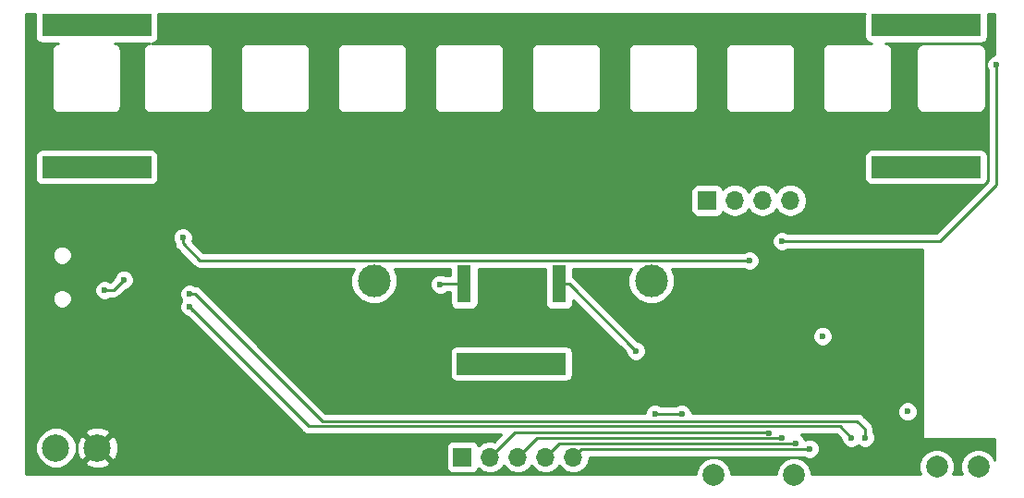
<source format=gbr>
G04 #@! TF.GenerationSoftware,KiCad,Pcbnew,5.0.1*
G04 #@! TF.CreationDate,2019-02-20T00:15:29-06:00*
G04 #@! TF.ProjectId,badge,62616467652E6B696361645F70636200,rev?*
G04 #@! TF.SameCoordinates,Original*
G04 #@! TF.FileFunction,Copper,L2,Bot,Signal*
G04 #@! TF.FilePolarity,Positive*
%FSLAX46Y46*%
G04 Gerber Fmt 4.6, Leading zero omitted, Abs format (unit mm)*
G04 Created by KiCad (PCBNEW 5.0.1) date Wed 20 Feb 2019 12:15:29 AM CST*
%MOMM*%
%LPD*%
G01*
G04 APERTURE LIST*
G04 #@! TA.AperFunction,ComponentPad*
%ADD10C,3.000000*%
G04 #@! TD*
G04 #@! TA.AperFunction,ComponentPad*
%ADD11C,2.000000*%
G04 #@! TD*
G04 #@! TA.AperFunction,ComponentPad*
%ADD12C,2.499360*%
G04 #@! TD*
G04 #@! TA.AperFunction,SMDPad,CuDef*
%ADD13R,1.300000X3.400000*%
G04 #@! TD*
G04 #@! TA.AperFunction,ComponentPad*
%ADD14R,1.700000X1.700000*%
G04 #@! TD*
G04 #@! TA.AperFunction,ComponentPad*
%ADD15O,1.700000X1.700000*%
G04 #@! TD*
G04 #@! TA.AperFunction,SMDPad,CuDef*
%ADD16R,10.000000X2.000000*%
G04 #@! TD*
G04 #@! TA.AperFunction,ViaPad*
%ADD17C,0.600000*%
G04 #@! TD*
G04 #@! TA.AperFunction,Conductor*
%ADD18C,0.250000*%
G04 #@! TD*
G04 #@! TA.AperFunction,Conductor*
%ADD19C,0.254000*%
G04 #@! TD*
G04 APERTURE END LIST*
D10*
G04 #@! TO.P,BT1,1*
G04 #@! TO.N,N/C*
X139320000Y-113997000D03*
G04 #@! TO.N,VDDA*
X113920000Y-113997000D03*
G04 #@! TD*
D11*
G04 #@! TO.P,J4,1*
G04 #@! TO.N,TX*
X165481000Y-131064000D03*
G04 #@! TO.N,RX*
X169291000Y-131064000D03*
G04 #@! TD*
G04 #@! TO.P,J7,1*
G04 #@! TO.N,IO21*
X152400000Y-131826000D03*
G04 #@! TD*
G04 #@! TO.P,J9,1*
G04 #@! TO.N,IO0*
X145034000Y-131826000D03*
G04 #@! TD*
D12*
G04 #@! TO.P,J14,1*
G04 #@! TO.N,VDD*
X88600000Y-129307000D03*
G04 #@! TO.N,VSS*
X84790000Y-129307000D03*
G04 #@! TD*
D13*
G04 #@! TO.P,LS1,1*
G04 #@! TO.N,Net-(LS1-Pad1)*
X130895000Y-114305000D03*
G04 #@! TO.P,LS1,2*
G04 #@! TO.N,VSS*
X122195000Y-114305000D03*
G04 #@! TD*
D14*
G04 #@! TO.P,J8,1*
G04 #@! TO.N,IO16*
X122030000Y-130147000D03*
D15*
G04 #@! TO.P,J8,2*
G04 #@! TO.N,IO17*
X124570000Y-130147000D03*
G04 #@! TO.P,J8,3*
G04 #@! TO.N,IO5*
X127110000Y-130147000D03*
G04 #@! TO.P,J8,4*
G04 #@! TO.N,IO18*
X129650000Y-130147000D03*
G04 #@! TO.P,J8,5*
G04 #@! TO.N,IO19*
X132190000Y-130147000D03*
G04 #@! TD*
D14*
G04 #@! TO.P,J1,1*
G04 #@! TO.N,IO33*
X144450000Y-106647000D03*
D15*
G04 #@! TO.P,J1,2*
G04 #@! TO.N,IO32*
X146990000Y-106647000D03*
G04 #@! TO.P,J1,3*
G04 #@! TO.N,IO35*
X149530000Y-106647000D03*
G04 #@! TO.P,J1,4*
G04 #@! TO.N,IO34*
X152070000Y-106647000D03*
G04 #@! TD*
D16*
G04 #@! TO.P,REF\002A\002A,5*
G04 #@! TO.N,N/C*
X126520000Y-121597000D03*
G04 #@! TO.P,REF\002A\002A,4*
X164520000Y-103597000D03*
G04 #@! TO.P,REF\002A\002A,3*
X88520000Y-103597000D03*
G04 #@! TO.P,REF\002A\002A,2*
X88520000Y-90597000D03*
G04 #@! TO.P,REF\002A\002A,1*
X164520000Y-90597000D03*
G04 #@! TD*
D17*
G04 #@! TO.N,VDD*
X108320000Y-106897000D03*
X156120000Y-106397000D03*
X110720000Y-99797000D03*
X101520000Y-99797000D03*
X92920000Y-99797000D03*
X83320000Y-99797000D03*
X105370000Y-110647000D03*
X107570000Y-110647000D03*
X92038320Y-96280781D03*
X92132000Y-93713000D03*
X100768000Y-96761000D03*
X100768000Y-93713000D03*
X109755769Y-96810229D03*
X109912000Y-94221000D03*
X118548000Y-96253000D03*
X118548000Y-93713000D03*
X127535769Y-96810229D03*
X127692000Y-94221000D03*
X136328000Y-96761000D03*
X136328000Y-94221000D03*
X145315769Y-96810229D03*
X145315769Y-93869231D03*
X154108000Y-96761000D03*
X154108000Y-94221000D03*
X162744000Y-96761000D03*
X162744000Y-94221000D03*
X168070000Y-105397000D03*
X161920000Y-108197000D03*
G04 #@! TO.N,VSS*
X119997600Y-114321400D03*
X155030000Y-119080000D03*
X162814000Y-125984000D03*
G04 #@! TO.N,SPI*
X170945000Y-94197000D03*
X151300000Y-110380000D03*
G04 #@! TO.N,TX*
X97020000Y-116397000D03*
G04 #@! TO.N,RX*
X97020000Y-115197000D03*
G04 #@! TO.N,TX*
X157650000Y-128380000D03*
G04 #@! TO.N,RX*
X158920000Y-128380000D03*
G04 #@! TO.N,IO19*
X153820000Y-129397000D03*
G04 #@! TO.N,IO18*
X152570000Y-128897000D03*
G04 #@! TO.N,IO5*
X151320000Y-128397000D03*
G04 #@! TO.N,IO17*
X150070000Y-127947000D03*
G04 #@! TO.N,IO16*
X142120000Y-126246989D03*
X139670000Y-126246989D03*
G04 #@! TO.N,IO27*
X148320000Y-112147000D03*
X96410000Y-110037000D03*
G04 #@! TO.N,Net-(J10-Pad3)*
X89240000Y-114857000D03*
X91006000Y-113915000D03*
G04 #@! TO.N,Net-(LS1-Pad1)*
X137920000Y-120430000D03*
G04 #@! TD*
D18*
G04 #@! TO.N,VDD*
X92038320Y-96280781D02*
X92038320Y-93806680D01*
X92038320Y-93806680D02*
X92132000Y-93713000D01*
X100768000Y-96761000D02*
X100768000Y-93713000D01*
X109755769Y-96810229D02*
X109755769Y-94377231D01*
X109755769Y-94377231D02*
X109912000Y-94221000D01*
X118548000Y-96253000D02*
X118548000Y-93713000D01*
X127535769Y-96810229D02*
X127535769Y-94377231D01*
X127535769Y-94377231D02*
X127692000Y-94221000D01*
X136328000Y-96761000D02*
X136328000Y-94221000D01*
X145315769Y-96810229D02*
X145315769Y-93869231D01*
X154108000Y-96761000D02*
X154108000Y-94221000D01*
X162744000Y-96761000D02*
X162744000Y-94221000D01*
G04 #@! TO.N,VSS*
X122195000Y-114305000D02*
X120014000Y-114305000D01*
X120014000Y-114305000D02*
X119997600Y-114321400D01*
X154940000Y-119126000D02*
X154986000Y-119080000D01*
X154986000Y-119080000D02*
X155030000Y-119080000D01*
G04 #@! TO.N,SPI*
X165737000Y-110380000D02*
X151300000Y-110380000D01*
X170945000Y-105172000D02*
X165737000Y-110380000D01*
X170945000Y-94197000D02*
X170945000Y-105172000D01*
G04 #@! TO.N,TX*
X97319999Y-116696999D02*
X97020000Y-116397000D01*
X156591999Y-127321999D02*
X157650000Y-128380000D01*
X107944999Y-127321999D02*
X156591999Y-127321999D01*
X97020000Y-116397000D02*
X107944999Y-127321999D01*
G04 #@! TO.N,RX*
X158920000Y-127597000D02*
X158920000Y-128380000D01*
X158194989Y-126871989D02*
X158920000Y-127597000D01*
X109194989Y-126871989D02*
X158194989Y-126871989D01*
X97520000Y-115197000D02*
X109194989Y-126871989D01*
X97020000Y-115197000D02*
X97520000Y-115197000D01*
G04 #@! TO.N,IO19*
X132940000Y-129397000D02*
X132190000Y-130147000D01*
X153820000Y-129397000D02*
X132940000Y-129397000D01*
G04 #@! TO.N,IO18*
X130900000Y-128897000D02*
X129650000Y-130147000D01*
X152570000Y-128897000D02*
X130900000Y-128897000D01*
G04 #@! TO.N,IO5*
X128860000Y-128397000D02*
X127110000Y-130147000D01*
X151320000Y-128397000D02*
X128860000Y-128397000D01*
G04 #@! TO.N,IO17*
X126820000Y-127897000D02*
X124570000Y-130147000D01*
X150070000Y-127897000D02*
X126820000Y-127897000D01*
G04 #@! TO.N,IO16*
X142120000Y-126246989D02*
X139670000Y-126246989D01*
G04 #@! TO.N,IO27*
X97970000Y-112147000D02*
X99520000Y-112147000D01*
X96410000Y-110587000D02*
X97970000Y-112147000D01*
X96410000Y-110037000D02*
X96410000Y-110587000D01*
X99520000Y-112147000D02*
X148320000Y-112147000D01*
G04 #@! TO.N,Net-(J10-Pad3)*
X89240000Y-114857000D02*
X90064000Y-114857000D01*
X90064000Y-114857000D02*
X91006000Y-113915000D01*
G04 #@! TO.N,Net-(LS1-Pad1)*
X131795000Y-114305000D02*
X130895000Y-114305000D01*
X137920000Y-120430000D02*
X131795000Y-114305000D01*
G04 #@! TD*
D19*
G04 #@! TO.N,VDD*
G36*
X82872560Y-89597000D02*
X82872560Y-91597000D01*
X82921843Y-91844765D01*
X83062191Y-92054809D01*
X83272235Y-92195157D01*
X83520000Y-92244440D01*
X84998194Y-92244440D01*
X84802727Y-92283321D01*
X84576143Y-92434719D01*
X84424745Y-92661303D01*
X84371581Y-92928576D01*
X84385000Y-92996038D01*
X84385001Y-97861109D01*
X84371581Y-97928576D01*
X84424745Y-98195849D01*
X84576143Y-98422433D01*
X84802727Y-98573831D01*
X85002538Y-98613576D01*
X85002539Y-98613576D01*
X85070000Y-98626995D01*
X85137462Y-98613576D01*
X90002538Y-98613576D01*
X90070000Y-98626995D01*
X90137461Y-98613576D01*
X90137462Y-98613576D01*
X90337273Y-98573831D01*
X90563857Y-98422433D01*
X90715255Y-98195849D01*
X90768419Y-97928576D01*
X90755000Y-97861114D01*
X90755000Y-92996038D01*
X90768419Y-92928576D01*
X90715255Y-92661303D01*
X90563857Y-92434719D01*
X90337273Y-92283321D01*
X90141806Y-92244440D01*
X93388112Y-92244440D01*
X93207727Y-92280321D01*
X92981143Y-92431719D01*
X92829745Y-92658303D01*
X92776581Y-92925576D01*
X92790000Y-92993038D01*
X92790001Y-97858109D01*
X92776581Y-97925576D01*
X92829745Y-98192849D01*
X92981143Y-98419433D01*
X93207727Y-98570831D01*
X93407538Y-98610576D01*
X93407539Y-98610576D01*
X93475000Y-98623995D01*
X93542462Y-98610576D01*
X98407538Y-98610576D01*
X98475000Y-98623995D01*
X98542461Y-98610576D01*
X98542462Y-98610576D01*
X98742273Y-98570831D01*
X98968857Y-98419433D01*
X99120255Y-98192849D01*
X99173419Y-97925576D01*
X99160000Y-97858114D01*
X99160000Y-92993038D01*
X99173419Y-92925576D01*
X101666581Y-92925576D01*
X101680000Y-92993038D01*
X101680001Y-97858109D01*
X101666581Y-97925576D01*
X101719745Y-98192849D01*
X101871143Y-98419433D01*
X102097727Y-98570831D01*
X102297538Y-98610576D01*
X102297539Y-98610576D01*
X102365000Y-98623995D01*
X102432462Y-98610576D01*
X107297538Y-98610576D01*
X107365000Y-98623995D01*
X107432461Y-98610576D01*
X107432462Y-98610576D01*
X107632273Y-98570831D01*
X107858857Y-98419433D01*
X108010255Y-98192849D01*
X108063419Y-97925576D01*
X108050000Y-97858114D01*
X108050000Y-92993038D01*
X108063419Y-92925576D01*
X110556581Y-92925576D01*
X110570000Y-92993038D01*
X110570001Y-97858109D01*
X110556581Y-97925576D01*
X110609745Y-98192849D01*
X110761143Y-98419433D01*
X110987727Y-98570831D01*
X111187538Y-98610576D01*
X111187539Y-98610576D01*
X111255000Y-98623995D01*
X111322462Y-98610576D01*
X116187538Y-98610576D01*
X116255000Y-98623995D01*
X116322461Y-98610576D01*
X116322462Y-98610576D01*
X116522273Y-98570831D01*
X116748857Y-98419433D01*
X116900255Y-98192849D01*
X116953419Y-97925576D01*
X116940000Y-97858114D01*
X116940000Y-92993038D01*
X116953419Y-92925576D01*
X119446581Y-92925576D01*
X119460000Y-92993038D01*
X119460001Y-97858109D01*
X119446581Y-97925576D01*
X119499745Y-98192849D01*
X119651143Y-98419433D01*
X119877727Y-98570831D01*
X120077538Y-98610576D01*
X120077539Y-98610576D01*
X120145000Y-98623995D01*
X120212462Y-98610576D01*
X125077538Y-98610576D01*
X125145000Y-98623995D01*
X125212461Y-98610576D01*
X125212462Y-98610576D01*
X125412273Y-98570831D01*
X125638857Y-98419433D01*
X125790255Y-98192849D01*
X125843419Y-97925576D01*
X125830000Y-97858114D01*
X125830000Y-92993038D01*
X125843419Y-92925576D01*
X128336581Y-92925576D01*
X128350000Y-92993038D01*
X128350001Y-97858109D01*
X128336581Y-97925576D01*
X128389745Y-98192849D01*
X128541143Y-98419433D01*
X128767727Y-98570831D01*
X128967538Y-98610576D01*
X128967539Y-98610576D01*
X129035000Y-98623995D01*
X129102462Y-98610576D01*
X133967538Y-98610576D01*
X134035000Y-98623995D01*
X134102461Y-98610576D01*
X134102462Y-98610576D01*
X134302273Y-98570831D01*
X134528857Y-98419433D01*
X134680255Y-98192849D01*
X134733419Y-97925576D01*
X134720000Y-97858114D01*
X134720000Y-92993038D01*
X134733419Y-92925576D01*
X137226581Y-92925576D01*
X137240000Y-92993038D01*
X137240001Y-97858109D01*
X137226581Y-97925576D01*
X137279745Y-98192849D01*
X137431143Y-98419433D01*
X137657727Y-98570831D01*
X137857538Y-98610576D01*
X137857539Y-98610576D01*
X137925000Y-98623995D01*
X137992462Y-98610576D01*
X142857538Y-98610576D01*
X142925000Y-98623995D01*
X142992461Y-98610576D01*
X142992462Y-98610576D01*
X143192273Y-98570831D01*
X143418857Y-98419433D01*
X143570255Y-98192849D01*
X143623419Y-97925576D01*
X143610000Y-97858114D01*
X143610000Y-92993038D01*
X143623419Y-92925576D01*
X146116581Y-92925576D01*
X146130000Y-92993038D01*
X146130001Y-97858109D01*
X146116581Y-97925576D01*
X146169745Y-98192849D01*
X146321143Y-98419433D01*
X146547727Y-98570831D01*
X146747538Y-98610576D01*
X146747539Y-98610576D01*
X146815000Y-98623995D01*
X146882462Y-98610576D01*
X151747538Y-98610576D01*
X151815000Y-98623995D01*
X151882461Y-98610576D01*
X151882462Y-98610576D01*
X152082273Y-98570831D01*
X152308857Y-98419433D01*
X152460255Y-98192849D01*
X152513419Y-97925576D01*
X152500000Y-97858114D01*
X152500000Y-92993038D01*
X152513419Y-92925576D01*
X152460255Y-92658303D01*
X152308857Y-92431719D01*
X152082273Y-92280321D01*
X151882462Y-92240576D01*
X151815000Y-92227157D01*
X151747539Y-92240576D01*
X146882461Y-92240576D01*
X146815000Y-92227157D01*
X146747538Y-92240576D01*
X146547727Y-92280321D01*
X146321143Y-92431719D01*
X146169745Y-92658303D01*
X146116581Y-92925576D01*
X143623419Y-92925576D01*
X143570255Y-92658303D01*
X143418857Y-92431719D01*
X143192273Y-92280321D01*
X142992462Y-92240576D01*
X142925000Y-92227157D01*
X142857539Y-92240576D01*
X137992461Y-92240576D01*
X137925000Y-92227157D01*
X137857538Y-92240576D01*
X137657727Y-92280321D01*
X137431143Y-92431719D01*
X137279745Y-92658303D01*
X137226581Y-92925576D01*
X134733419Y-92925576D01*
X134680255Y-92658303D01*
X134528857Y-92431719D01*
X134302273Y-92280321D01*
X134102462Y-92240576D01*
X134035000Y-92227157D01*
X133967539Y-92240576D01*
X129102461Y-92240576D01*
X129035000Y-92227157D01*
X128967538Y-92240576D01*
X128767727Y-92280321D01*
X128541143Y-92431719D01*
X128389745Y-92658303D01*
X128336581Y-92925576D01*
X125843419Y-92925576D01*
X125790255Y-92658303D01*
X125638857Y-92431719D01*
X125412273Y-92280321D01*
X125212462Y-92240576D01*
X125145000Y-92227157D01*
X125077539Y-92240576D01*
X120212461Y-92240576D01*
X120145000Y-92227157D01*
X120077538Y-92240576D01*
X119877727Y-92280321D01*
X119651143Y-92431719D01*
X119499745Y-92658303D01*
X119446581Y-92925576D01*
X116953419Y-92925576D01*
X116900255Y-92658303D01*
X116748857Y-92431719D01*
X116522273Y-92280321D01*
X116322462Y-92240576D01*
X116255000Y-92227157D01*
X116187539Y-92240576D01*
X111322461Y-92240576D01*
X111255000Y-92227157D01*
X111187538Y-92240576D01*
X110987727Y-92280321D01*
X110761143Y-92431719D01*
X110609745Y-92658303D01*
X110556581Y-92925576D01*
X108063419Y-92925576D01*
X108010255Y-92658303D01*
X107858857Y-92431719D01*
X107632273Y-92280321D01*
X107432462Y-92240576D01*
X107365000Y-92227157D01*
X107297539Y-92240576D01*
X102432461Y-92240576D01*
X102365000Y-92227157D01*
X102297538Y-92240576D01*
X102097727Y-92280321D01*
X101871143Y-92431719D01*
X101719745Y-92658303D01*
X101666581Y-92925576D01*
X99173419Y-92925576D01*
X99120255Y-92658303D01*
X98968857Y-92431719D01*
X98742273Y-92280321D01*
X98542462Y-92240576D01*
X98475000Y-92227157D01*
X98407539Y-92240576D01*
X93542461Y-92240576D01*
X93540944Y-92240274D01*
X93767765Y-92195157D01*
X93977809Y-92054809D01*
X94118157Y-91844765D01*
X94167440Y-91597000D01*
X94167440Y-89597000D01*
X94149538Y-89507000D01*
X158890462Y-89507000D01*
X158872560Y-89597000D01*
X158872560Y-91597000D01*
X158921843Y-91844765D01*
X159062191Y-92054809D01*
X159272235Y-92195157D01*
X159500574Y-92240576D01*
X155772461Y-92240576D01*
X155705000Y-92227157D01*
X155637538Y-92240576D01*
X155437727Y-92280321D01*
X155211143Y-92431719D01*
X155059745Y-92658303D01*
X155006581Y-92925576D01*
X155020000Y-92993038D01*
X155020001Y-97858109D01*
X155006581Y-97925576D01*
X155059745Y-98192849D01*
X155211143Y-98419433D01*
X155437727Y-98570831D01*
X155637538Y-98610576D01*
X155637539Y-98610576D01*
X155705000Y-98623995D01*
X155772462Y-98610576D01*
X160637538Y-98610576D01*
X160705000Y-98623995D01*
X160772461Y-98610576D01*
X160772462Y-98610576D01*
X160972273Y-98570831D01*
X161198857Y-98419433D01*
X161350255Y-98192849D01*
X161403419Y-97925576D01*
X161390000Y-97858114D01*
X161390000Y-92993038D01*
X161397849Y-92953576D01*
X163596581Y-92953576D01*
X163610000Y-93021038D01*
X163610001Y-97886109D01*
X163596581Y-97953576D01*
X163649745Y-98220849D01*
X163801143Y-98447433D01*
X164027727Y-98598831D01*
X164227538Y-98638576D01*
X164227539Y-98638576D01*
X164295000Y-98651995D01*
X164362462Y-98638576D01*
X169227538Y-98638576D01*
X169295000Y-98651995D01*
X169362461Y-98638576D01*
X169362462Y-98638576D01*
X169562273Y-98598831D01*
X169788857Y-98447433D01*
X169940255Y-98220849D01*
X169993419Y-97953576D01*
X169980000Y-97886114D01*
X169980000Y-93021038D01*
X169993419Y-92953576D01*
X169940255Y-92686303D01*
X169788857Y-92459719D01*
X169562273Y-92308321D01*
X169362462Y-92268576D01*
X169295000Y-92255157D01*
X169227539Y-92268576D01*
X164362461Y-92268576D01*
X164295000Y-92255157D01*
X164227538Y-92268576D01*
X164027727Y-92308321D01*
X163801143Y-92459719D01*
X163649745Y-92686303D01*
X163596581Y-92953576D01*
X161397849Y-92953576D01*
X161403419Y-92925576D01*
X161350255Y-92658303D01*
X161198857Y-92431719D01*
X160972273Y-92280321D01*
X160791888Y-92244440D01*
X169520000Y-92244440D01*
X169767765Y-92195157D01*
X169977809Y-92054809D01*
X170118157Y-91844765D01*
X170167440Y-91597000D01*
X170167440Y-89597000D01*
X170149538Y-89507000D01*
X170810000Y-89507000D01*
X170810000Y-93262000D01*
X170759017Y-93262000D01*
X170415365Y-93404345D01*
X170152345Y-93667365D01*
X170010000Y-94011017D01*
X170010000Y-94382983D01*
X170152345Y-94726635D01*
X170185000Y-94759290D01*
X170185001Y-104857197D01*
X165422199Y-109620000D01*
X151862290Y-109620000D01*
X151829635Y-109587345D01*
X151485983Y-109445000D01*
X151114017Y-109445000D01*
X150770365Y-109587345D01*
X150507345Y-109850365D01*
X150365000Y-110194017D01*
X150365000Y-110565983D01*
X150507345Y-110909635D01*
X150770365Y-111172655D01*
X151114017Y-111315000D01*
X151485983Y-111315000D01*
X151829635Y-111172655D01*
X151862290Y-111140000D01*
X164193000Y-111140000D01*
X164193000Y-128397000D01*
X164202667Y-128445601D01*
X164230197Y-128486803D01*
X164271399Y-128514333D01*
X164320000Y-128524000D01*
X170810001Y-128524000D01*
X170810001Y-130458731D01*
X170677086Y-130137847D01*
X170217153Y-129677914D01*
X169616222Y-129429000D01*
X168965778Y-129429000D01*
X168364847Y-129677914D01*
X167904914Y-130137847D01*
X167656000Y-130738778D01*
X167656000Y-131389222D01*
X167772302Y-131670000D01*
X166999698Y-131670000D01*
X167116000Y-131389222D01*
X167116000Y-130738778D01*
X166867086Y-130137847D01*
X166407153Y-129677914D01*
X165806222Y-129429000D01*
X165155778Y-129429000D01*
X164554847Y-129677914D01*
X164094914Y-130137847D01*
X163846000Y-130738778D01*
X163846000Y-131389222D01*
X163962302Y-131670000D01*
X154035000Y-131670000D01*
X154035000Y-131500778D01*
X153786086Y-130899847D01*
X153326153Y-130439914D01*
X152725222Y-130191000D01*
X152074778Y-130191000D01*
X151473847Y-130439914D01*
X151013914Y-130899847D01*
X150765000Y-131500778D01*
X150765000Y-131670000D01*
X146669000Y-131670000D01*
X146669000Y-131500778D01*
X146420086Y-130899847D01*
X145960153Y-130439914D01*
X145359222Y-130191000D01*
X144708778Y-130191000D01*
X144107847Y-130439914D01*
X143647914Y-130899847D01*
X143399000Y-131500778D01*
X143399000Y-131670000D01*
X82030000Y-131670000D01*
X82030000Y-128932114D01*
X82905320Y-128932114D01*
X82905320Y-129681886D01*
X83192245Y-130374585D01*
X83722415Y-130904755D01*
X84415114Y-131191680D01*
X85164886Y-131191680D01*
X85857585Y-130904755D01*
X86122251Y-130640089D01*
X87446517Y-130640089D01*
X87575725Y-130932859D01*
X88275883Y-131201071D01*
X89025384Y-131180928D01*
X89624275Y-130932859D01*
X89753483Y-130640089D01*
X88600000Y-129486605D01*
X87446517Y-130640089D01*
X86122251Y-130640089D01*
X86387755Y-130374585D01*
X86674680Y-129681886D01*
X86674680Y-128982883D01*
X86705929Y-128982883D01*
X86726072Y-129732384D01*
X86974141Y-130331275D01*
X87266911Y-130460483D01*
X88420395Y-129307000D01*
X88779605Y-129307000D01*
X89933089Y-130460483D01*
X90225859Y-130331275D01*
X90494071Y-129631117D01*
X90473928Y-128881616D01*
X90225859Y-128282725D01*
X89933089Y-128153517D01*
X88779605Y-129307000D01*
X88420395Y-129307000D01*
X87266911Y-128153517D01*
X86974141Y-128282725D01*
X86705929Y-128982883D01*
X86674680Y-128982883D01*
X86674680Y-128932114D01*
X86387755Y-128239415D01*
X86122251Y-127973911D01*
X87446517Y-127973911D01*
X88600000Y-129127395D01*
X89753483Y-127973911D01*
X89624275Y-127681141D01*
X88924117Y-127412929D01*
X88174616Y-127433072D01*
X87575725Y-127681141D01*
X87446517Y-127973911D01*
X86122251Y-127973911D01*
X85857585Y-127709245D01*
X85164886Y-127422320D01*
X84415114Y-127422320D01*
X83722415Y-127709245D01*
X83192245Y-128239415D01*
X82905320Y-128932114D01*
X82030000Y-128932114D01*
X82030000Y-115480963D01*
X84485000Y-115480963D01*
X84485000Y-115833037D01*
X84619733Y-116158312D01*
X84868688Y-116407267D01*
X85193963Y-116542000D01*
X85546037Y-116542000D01*
X85871312Y-116407267D01*
X86120267Y-116158312D01*
X86255000Y-115833037D01*
X86255000Y-115480963D01*
X86120267Y-115155688D01*
X85871312Y-114906733D01*
X85546037Y-114772000D01*
X85193963Y-114772000D01*
X84868688Y-114906733D01*
X84619733Y-115155688D01*
X84485000Y-115480963D01*
X82030000Y-115480963D01*
X82030000Y-114671017D01*
X88305000Y-114671017D01*
X88305000Y-115042983D01*
X88447345Y-115386635D01*
X88710365Y-115649655D01*
X89054017Y-115792000D01*
X89425983Y-115792000D01*
X89769635Y-115649655D01*
X89802290Y-115617000D01*
X89989153Y-115617000D01*
X90064000Y-115631888D01*
X90138847Y-115617000D01*
X90138852Y-115617000D01*
X90360537Y-115572904D01*
X90611929Y-115404929D01*
X90654331Y-115341470D01*
X90984784Y-115011017D01*
X96085000Y-115011017D01*
X96085000Y-115382983D01*
X96227345Y-115726635D01*
X96297710Y-115797000D01*
X96227345Y-115867365D01*
X96085000Y-116211017D01*
X96085000Y-116582983D01*
X96227345Y-116926635D01*
X96490365Y-117189655D01*
X96834017Y-117332000D01*
X96880199Y-117332000D01*
X107354669Y-127806471D01*
X107397070Y-127869928D01*
X107460526Y-127912328D01*
X107648461Y-128037903D01*
X107696604Y-128047479D01*
X107870147Y-128081999D01*
X107870151Y-128081999D01*
X107944999Y-128096887D01*
X108019847Y-128081999D01*
X125560199Y-128081999D01*
X124936408Y-128705791D01*
X124716256Y-128662000D01*
X124423744Y-128662000D01*
X123990582Y-128748161D01*
X123499375Y-129076375D01*
X123487184Y-129094619D01*
X123478157Y-129049235D01*
X123337809Y-128839191D01*
X123127765Y-128698843D01*
X122880000Y-128649560D01*
X121180000Y-128649560D01*
X120932235Y-128698843D01*
X120722191Y-128839191D01*
X120581843Y-129049235D01*
X120532560Y-129297000D01*
X120532560Y-130997000D01*
X120581843Y-131244765D01*
X120722191Y-131454809D01*
X120932235Y-131595157D01*
X121180000Y-131644440D01*
X122880000Y-131644440D01*
X123127765Y-131595157D01*
X123337809Y-131454809D01*
X123478157Y-131244765D01*
X123487184Y-131199381D01*
X123499375Y-131217625D01*
X123990582Y-131545839D01*
X124423744Y-131632000D01*
X124716256Y-131632000D01*
X125149418Y-131545839D01*
X125640625Y-131217625D01*
X125840000Y-130919239D01*
X126039375Y-131217625D01*
X126530582Y-131545839D01*
X126963744Y-131632000D01*
X127256256Y-131632000D01*
X127689418Y-131545839D01*
X128180625Y-131217625D01*
X128380000Y-130919239D01*
X128579375Y-131217625D01*
X129070582Y-131545839D01*
X129503744Y-131632000D01*
X129796256Y-131632000D01*
X130229418Y-131545839D01*
X130720625Y-131217625D01*
X130920000Y-130919239D01*
X131119375Y-131217625D01*
X131610582Y-131545839D01*
X132043744Y-131632000D01*
X132336256Y-131632000D01*
X132769418Y-131545839D01*
X133260625Y-131217625D01*
X133588839Y-130726418D01*
X133702103Y-130157000D01*
X153257710Y-130157000D01*
X153290365Y-130189655D01*
X153634017Y-130332000D01*
X154005983Y-130332000D01*
X154349635Y-130189655D01*
X154612655Y-129926635D01*
X154755000Y-129582983D01*
X154755000Y-129211017D01*
X154612655Y-128867365D01*
X154349635Y-128604345D01*
X154005983Y-128462000D01*
X153634017Y-128462000D01*
X153435853Y-128544082D01*
X153362655Y-128367365D01*
X153099635Y-128104345D01*
X153045687Y-128081999D01*
X156277198Y-128081999D01*
X156715000Y-128519802D01*
X156715000Y-128565983D01*
X156857345Y-128909635D01*
X157120365Y-129172655D01*
X157464017Y-129315000D01*
X157835983Y-129315000D01*
X158179635Y-129172655D01*
X158285000Y-129067290D01*
X158390365Y-129172655D01*
X158734017Y-129315000D01*
X159105983Y-129315000D01*
X159449635Y-129172655D01*
X159712655Y-128909635D01*
X159855000Y-128565983D01*
X159855000Y-128194017D01*
X159712655Y-127850365D01*
X159680000Y-127817710D01*
X159680000Y-127671846D01*
X159694888Y-127596999D01*
X159680000Y-127522152D01*
X159680000Y-127522148D01*
X159635904Y-127300463D01*
X159556742Y-127181989D01*
X159510329Y-127112526D01*
X159510327Y-127112524D01*
X159467929Y-127049071D01*
X159404476Y-127006673D01*
X158785320Y-126387518D01*
X158742918Y-126324060D01*
X158491526Y-126156085D01*
X158269841Y-126111989D01*
X158269836Y-126111989D01*
X158194989Y-126097101D01*
X158120142Y-126111989D01*
X143055000Y-126111989D01*
X143055000Y-126061006D01*
X142946067Y-125798017D01*
X161879000Y-125798017D01*
X161879000Y-126169983D01*
X162021345Y-126513635D01*
X162284365Y-126776655D01*
X162628017Y-126919000D01*
X162999983Y-126919000D01*
X163343635Y-126776655D01*
X163606655Y-126513635D01*
X163749000Y-126169983D01*
X163749000Y-125798017D01*
X163606655Y-125454365D01*
X163343635Y-125191345D01*
X162999983Y-125049000D01*
X162628017Y-125049000D01*
X162284365Y-125191345D01*
X162021345Y-125454365D01*
X161879000Y-125798017D01*
X142946067Y-125798017D01*
X142912655Y-125717354D01*
X142649635Y-125454334D01*
X142305983Y-125311989D01*
X141934017Y-125311989D01*
X141590365Y-125454334D01*
X141557710Y-125486989D01*
X140232290Y-125486989D01*
X140199635Y-125454334D01*
X139855983Y-125311989D01*
X139484017Y-125311989D01*
X139140365Y-125454334D01*
X138877345Y-125717354D01*
X138735000Y-126061006D01*
X138735000Y-126111989D01*
X109509791Y-126111989D01*
X103994802Y-120597000D01*
X120872560Y-120597000D01*
X120872560Y-122597000D01*
X120921843Y-122844765D01*
X121062191Y-123054809D01*
X121272235Y-123195157D01*
X121520000Y-123244440D01*
X131520000Y-123244440D01*
X131767765Y-123195157D01*
X131977809Y-123054809D01*
X132118157Y-122844765D01*
X132167440Y-122597000D01*
X132167440Y-120597000D01*
X132118157Y-120349235D01*
X131977809Y-120139191D01*
X131767765Y-119998843D01*
X131520000Y-119949560D01*
X121520000Y-119949560D01*
X121272235Y-119998843D01*
X121062191Y-120139191D01*
X120921843Y-120349235D01*
X120872560Y-120597000D01*
X103994802Y-120597000D01*
X98110331Y-114712530D01*
X98067929Y-114649071D01*
X97816537Y-114481096D01*
X97594852Y-114437000D01*
X97594847Y-114437000D01*
X97579172Y-114433882D01*
X97549635Y-114404345D01*
X97205983Y-114262000D01*
X96834017Y-114262000D01*
X96490365Y-114404345D01*
X96227345Y-114667365D01*
X96085000Y-115011017D01*
X90984784Y-115011017D01*
X91145802Y-114850000D01*
X91191983Y-114850000D01*
X91535635Y-114707655D01*
X91798655Y-114444635D01*
X91941000Y-114100983D01*
X91941000Y-113729017D01*
X91798655Y-113385365D01*
X91535635Y-113122345D01*
X91191983Y-112980000D01*
X90820017Y-112980000D01*
X90476365Y-113122345D01*
X90213345Y-113385365D01*
X90071000Y-113729017D01*
X90071000Y-113775198D01*
X89775744Y-114070454D01*
X89769635Y-114064345D01*
X89425983Y-113922000D01*
X89054017Y-113922000D01*
X88710365Y-114064345D01*
X88447345Y-114327365D01*
X88305000Y-114671017D01*
X82030000Y-114671017D01*
X82030000Y-111480963D01*
X84485000Y-111480963D01*
X84485000Y-111833037D01*
X84619733Y-112158312D01*
X84868688Y-112407267D01*
X85193963Y-112542000D01*
X85546037Y-112542000D01*
X85871312Y-112407267D01*
X86120267Y-112158312D01*
X86255000Y-111833037D01*
X86255000Y-111480963D01*
X86120267Y-111155688D01*
X85871312Y-110906733D01*
X85546037Y-110772000D01*
X85193963Y-110772000D01*
X84868688Y-110906733D01*
X84619733Y-111155688D01*
X84485000Y-111480963D01*
X82030000Y-111480963D01*
X82030000Y-109851017D01*
X95475000Y-109851017D01*
X95475000Y-110222983D01*
X95617345Y-110566635D01*
X95635543Y-110584833D01*
X95635112Y-110587000D01*
X95650000Y-110661847D01*
X95650000Y-110661852D01*
X95694096Y-110883537D01*
X95862072Y-111134929D01*
X95925528Y-111177329D01*
X97379671Y-112631473D01*
X97422071Y-112694929D01*
X97673463Y-112862904D01*
X97895148Y-112907000D01*
X97895152Y-112907000D01*
X97969999Y-112921888D01*
X98044846Y-112907000D01*
X112060585Y-112907000D01*
X111785000Y-113572322D01*
X111785000Y-114421678D01*
X112110034Y-115206380D01*
X112710620Y-115806966D01*
X113495322Y-116132000D01*
X114344678Y-116132000D01*
X115129380Y-115806966D01*
X115729966Y-115206380D01*
X116055000Y-114421678D01*
X116055000Y-113572322D01*
X115779415Y-112907000D01*
X120897560Y-112907000D01*
X120897560Y-113545000D01*
X120543490Y-113545000D01*
X120527235Y-113528745D01*
X120183583Y-113386400D01*
X119811617Y-113386400D01*
X119467965Y-113528745D01*
X119204945Y-113791765D01*
X119062600Y-114135417D01*
X119062600Y-114507383D01*
X119204945Y-114851035D01*
X119467965Y-115114055D01*
X119811617Y-115256400D01*
X120183583Y-115256400D01*
X120527235Y-115114055D01*
X120576290Y-115065000D01*
X120897560Y-115065000D01*
X120897560Y-116005000D01*
X120946843Y-116252765D01*
X121087191Y-116462809D01*
X121297235Y-116603157D01*
X121545000Y-116652440D01*
X122845000Y-116652440D01*
X123092765Y-116603157D01*
X123302809Y-116462809D01*
X123443157Y-116252765D01*
X123492440Y-116005000D01*
X123492440Y-112907000D01*
X129597560Y-112907000D01*
X129597560Y-116005000D01*
X129646843Y-116252765D01*
X129787191Y-116462809D01*
X129997235Y-116603157D01*
X130245000Y-116652440D01*
X131545000Y-116652440D01*
X131792765Y-116603157D01*
X132002809Y-116462809D01*
X132143157Y-116252765D01*
X132192440Y-116005000D01*
X132192440Y-115777241D01*
X136985000Y-120569802D01*
X136985000Y-120615983D01*
X137127345Y-120959635D01*
X137390365Y-121222655D01*
X137734017Y-121365000D01*
X138105983Y-121365000D01*
X138449635Y-121222655D01*
X138712655Y-120959635D01*
X138855000Y-120615983D01*
X138855000Y-120244017D01*
X138712655Y-119900365D01*
X138449635Y-119637345D01*
X138105983Y-119495000D01*
X138059802Y-119495000D01*
X137458819Y-118894017D01*
X154095000Y-118894017D01*
X154095000Y-119265983D01*
X154237345Y-119609635D01*
X154500365Y-119872655D01*
X154844017Y-120015000D01*
X155215983Y-120015000D01*
X155559635Y-119872655D01*
X155822655Y-119609635D01*
X155965000Y-119265983D01*
X155965000Y-118894017D01*
X155822655Y-118550365D01*
X155559635Y-118287345D01*
X155215983Y-118145000D01*
X154844017Y-118145000D01*
X154500365Y-118287345D01*
X154237345Y-118550365D01*
X154095000Y-118894017D01*
X137458819Y-118894017D01*
X132385331Y-113820530D01*
X132342929Y-113757071D01*
X132192440Y-113656517D01*
X132192440Y-112907000D01*
X137460585Y-112907000D01*
X137185000Y-113572322D01*
X137185000Y-114421678D01*
X137510034Y-115206380D01*
X138110620Y-115806966D01*
X138895322Y-116132000D01*
X139744678Y-116132000D01*
X140529380Y-115806966D01*
X141129966Y-115206380D01*
X141455000Y-114421678D01*
X141455000Y-113572322D01*
X141179415Y-112907000D01*
X147757710Y-112907000D01*
X147790365Y-112939655D01*
X148134017Y-113082000D01*
X148505983Y-113082000D01*
X148849635Y-112939655D01*
X149112655Y-112676635D01*
X149255000Y-112332983D01*
X149255000Y-111961017D01*
X149112655Y-111617365D01*
X148849635Y-111354345D01*
X148505983Y-111212000D01*
X148134017Y-111212000D01*
X147790365Y-111354345D01*
X147757710Y-111387000D01*
X98284802Y-111387000D01*
X97279329Y-110381528D01*
X97345000Y-110222983D01*
X97345000Y-109851017D01*
X97202655Y-109507365D01*
X96939635Y-109244345D01*
X96595983Y-109102000D01*
X96224017Y-109102000D01*
X95880365Y-109244345D01*
X95617345Y-109507365D01*
X95475000Y-109851017D01*
X82030000Y-109851017D01*
X82030000Y-105797000D01*
X142952560Y-105797000D01*
X142952560Y-107497000D01*
X143001843Y-107744765D01*
X143142191Y-107954809D01*
X143352235Y-108095157D01*
X143600000Y-108144440D01*
X145300000Y-108144440D01*
X145547765Y-108095157D01*
X145757809Y-107954809D01*
X145898157Y-107744765D01*
X145907184Y-107699381D01*
X145919375Y-107717625D01*
X146410582Y-108045839D01*
X146843744Y-108132000D01*
X147136256Y-108132000D01*
X147569418Y-108045839D01*
X148060625Y-107717625D01*
X148260000Y-107419239D01*
X148459375Y-107717625D01*
X148950582Y-108045839D01*
X149383744Y-108132000D01*
X149676256Y-108132000D01*
X150109418Y-108045839D01*
X150600625Y-107717625D01*
X150800000Y-107419239D01*
X150999375Y-107717625D01*
X151490582Y-108045839D01*
X151923744Y-108132000D01*
X152216256Y-108132000D01*
X152649418Y-108045839D01*
X153140625Y-107717625D01*
X153468839Y-107226418D01*
X153584092Y-106647000D01*
X153468839Y-106067582D01*
X153140625Y-105576375D01*
X152649418Y-105248161D01*
X152216256Y-105162000D01*
X151923744Y-105162000D01*
X151490582Y-105248161D01*
X150999375Y-105576375D01*
X150800000Y-105874761D01*
X150600625Y-105576375D01*
X150109418Y-105248161D01*
X149676256Y-105162000D01*
X149383744Y-105162000D01*
X148950582Y-105248161D01*
X148459375Y-105576375D01*
X148260000Y-105874761D01*
X148060625Y-105576375D01*
X147569418Y-105248161D01*
X147136256Y-105162000D01*
X146843744Y-105162000D01*
X146410582Y-105248161D01*
X145919375Y-105576375D01*
X145907184Y-105594619D01*
X145898157Y-105549235D01*
X145757809Y-105339191D01*
X145547765Y-105198843D01*
X145300000Y-105149560D01*
X143600000Y-105149560D01*
X143352235Y-105198843D01*
X143142191Y-105339191D01*
X143001843Y-105549235D01*
X142952560Y-105797000D01*
X82030000Y-105797000D01*
X82030000Y-102597000D01*
X82872560Y-102597000D01*
X82872560Y-104597000D01*
X82921843Y-104844765D01*
X83062191Y-105054809D01*
X83272235Y-105195157D01*
X83520000Y-105244440D01*
X93520000Y-105244440D01*
X93767765Y-105195157D01*
X93977809Y-105054809D01*
X94118157Y-104844765D01*
X94167440Y-104597000D01*
X94167440Y-102597000D01*
X158872560Y-102597000D01*
X158872560Y-104597000D01*
X158921843Y-104844765D01*
X159062191Y-105054809D01*
X159272235Y-105195157D01*
X159520000Y-105244440D01*
X169520000Y-105244440D01*
X169767765Y-105195157D01*
X169977809Y-105054809D01*
X170118157Y-104844765D01*
X170167440Y-104597000D01*
X170167440Y-102597000D01*
X170118157Y-102349235D01*
X169977809Y-102139191D01*
X169767765Y-101998843D01*
X169520000Y-101949560D01*
X159520000Y-101949560D01*
X159272235Y-101998843D01*
X159062191Y-102139191D01*
X158921843Y-102349235D01*
X158872560Y-102597000D01*
X94167440Y-102597000D01*
X94118157Y-102349235D01*
X93977809Y-102139191D01*
X93767765Y-101998843D01*
X93520000Y-101949560D01*
X83520000Y-101949560D01*
X83272235Y-101998843D01*
X83062191Y-102139191D01*
X82921843Y-102349235D01*
X82872560Y-102597000D01*
X82030000Y-102597000D01*
X82030000Y-89507000D01*
X82890462Y-89507000D01*
X82872560Y-89597000D01*
X82872560Y-89597000D01*
G37*
X82872560Y-89597000D02*
X82872560Y-91597000D01*
X82921843Y-91844765D01*
X83062191Y-92054809D01*
X83272235Y-92195157D01*
X83520000Y-92244440D01*
X84998194Y-92244440D01*
X84802727Y-92283321D01*
X84576143Y-92434719D01*
X84424745Y-92661303D01*
X84371581Y-92928576D01*
X84385000Y-92996038D01*
X84385001Y-97861109D01*
X84371581Y-97928576D01*
X84424745Y-98195849D01*
X84576143Y-98422433D01*
X84802727Y-98573831D01*
X85002538Y-98613576D01*
X85002539Y-98613576D01*
X85070000Y-98626995D01*
X85137462Y-98613576D01*
X90002538Y-98613576D01*
X90070000Y-98626995D01*
X90137461Y-98613576D01*
X90137462Y-98613576D01*
X90337273Y-98573831D01*
X90563857Y-98422433D01*
X90715255Y-98195849D01*
X90768419Y-97928576D01*
X90755000Y-97861114D01*
X90755000Y-92996038D01*
X90768419Y-92928576D01*
X90715255Y-92661303D01*
X90563857Y-92434719D01*
X90337273Y-92283321D01*
X90141806Y-92244440D01*
X93388112Y-92244440D01*
X93207727Y-92280321D01*
X92981143Y-92431719D01*
X92829745Y-92658303D01*
X92776581Y-92925576D01*
X92790000Y-92993038D01*
X92790001Y-97858109D01*
X92776581Y-97925576D01*
X92829745Y-98192849D01*
X92981143Y-98419433D01*
X93207727Y-98570831D01*
X93407538Y-98610576D01*
X93407539Y-98610576D01*
X93475000Y-98623995D01*
X93542462Y-98610576D01*
X98407538Y-98610576D01*
X98475000Y-98623995D01*
X98542461Y-98610576D01*
X98542462Y-98610576D01*
X98742273Y-98570831D01*
X98968857Y-98419433D01*
X99120255Y-98192849D01*
X99173419Y-97925576D01*
X99160000Y-97858114D01*
X99160000Y-92993038D01*
X99173419Y-92925576D01*
X101666581Y-92925576D01*
X101680000Y-92993038D01*
X101680001Y-97858109D01*
X101666581Y-97925576D01*
X101719745Y-98192849D01*
X101871143Y-98419433D01*
X102097727Y-98570831D01*
X102297538Y-98610576D01*
X102297539Y-98610576D01*
X102365000Y-98623995D01*
X102432462Y-98610576D01*
X107297538Y-98610576D01*
X107365000Y-98623995D01*
X107432461Y-98610576D01*
X107432462Y-98610576D01*
X107632273Y-98570831D01*
X107858857Y-98419433D01*
X108010255Y-98192849D01*
X108063419Y-97925576D01*
X108050000Y-97858114D01*
X108050000Y-92993038D01*
X108063419Y-92925576D01*
X110556581Y-92925576D01*
X110570000Y-92993038D01*
X110570001Y-97858109D01*
X110556581Y-97925576D01*
X110609745Y-98192849D01*
X110761143Y-98419433D01*
X110987727Y-98570831D01*
X111187538Y-98610576D01*
X111187539Y-98610576D01*
X111255000Y-98623995D01*
X111322462Y-98610576D01*
X116187538Y-98610576D01*
X116255000Y-98623995D01*
X116322461Y-98610576D01*
X116322462Y-98610576D01*
X116522273Y-98570831D01*
X116748857Y-98419433D01*
X116900255Y-98192849D01*
X116953419Y-97925576D01*
X116940000Y-97858114D01*
X116940000Y-92993038D01*
X116953419Y-92925576D01*
X119446581Y-92925576D01*
X119460000Y-92993038D01*
X119460001Y-97858109D01*
X119446581Y-97925576D01*
X119499745Y-98192849D01*
X119651143Y-98419433D01*
X119877727Y-98570831D01*
X120077538Y-98610576D01*
X120077539Y-98610576D01*
X120145000Y-98623995D01*
X120212462Y-98610576D01*
X125077538Y-98610576D01*
X125145000Y-98623995D01*
X125212461Y-98610576D01*
X125212462Y-98610576D01*
X125412273Y-98570831D01*
X125638857Y-98419433D01*
X125790255Y-98192849D01*
X125843419Y-97925576D01*
X125830000Y-97858114D01*
X125830000Y-92993038D01*
X125843419Y-92925576D01*
X128336581Y-92925576D01*
X128350000Y-92993038D01*
X128350001Y-97858109D01*
X128336581Y-97925576D01*
X128389745Y-98192849D01*
X128541143Y-98419433D01*
X128767727Y-98570831D01*
X128967538Y-98610576D01*
X128967539Y-98610576D01*
X129035000Y-98623995D01*
X129102462Y-98610576D01*
X133967538Y-98610576D01*
X134035000Y-98623995D01*
X134102461Y-98610576D01*
X134102462Y-98610576D01*
X134302273Y-98570831D01*
X134528857Y-98419433D01*
X134680255Y-98192849D01*
X134733419Y-97925576D01*
X134720000Y-97858114D01*
X134720000Y-92993038D01*
X134733419Y-92925576D01*
X137226581Y-92925576D01*
X137240000Y-92993038D01*
X137240001Y-97858109D01*
X137226581Y-97925576D01*
X137279745Y-98192849D01*
X137431143Y-98419433D01*
X137657727Y-98570831D01*
X137857538Y-98610576D01*
X137857539Y-98610576D01*
X137925000Y-98623995D01*
X137992462Y-98610576D01*
X142857538Y-98610576D01*
X142925000Y-98623995D01*
X142992461Y-98610576D01*
X142992462Y-98610576D01*
X143192273Y-98570831D01*
X143418857Y-98419433D01*
X143570255Y-98192849D01*
X143623419Y-97925576D01*
X143610000Y-97858114D01*
X143610000Y-92993038D01*
X143623419Y-92925576D01*
X146116581Y-92925576D01*
X146130000Y-92993038D01*
X146130001Y-97858109D01*
X146116581Y-97925576D01*
X146169745Y-98192849D01*
X146321143Y-98419433D01*
X146547727Y-98570831D01*
X146747538Y-98610576D01*
X146747539Y-98610576D01*
X146815000Y-98623995D01*
X146882462Y-98610576D01*
X151747538Y-98610576D01*
X151815000Y-98623995D01*
X151882461Y-98610576D01*
X151882462Y-98610576D01*
X152082273Y-98570831D01*
X152308857Y-98419433D01*
X152460255Y-98192849D01*
X152513419Y-97925576D01*
X152500000Y-97858114D01*
X152500000Y-92993038D01*
X152513419Y-92925576D01*
X152460255Y-92658303D01*
X152308857Y-92431719D01*
X152082273Y-92280321D01*
X151882462Y-92240576D01*
X151815000Y-92227157D01*
X151747539Y-92240576D01*
X146882461Y-92240576D01*
X146815000Y-92227157D01*
X146747538Y-92240576D01*
X146547727Y-92280321D01*
X146321143Y-92431719D01*
X146169745Y-92658303D01*
X146116581Y-92925576D01*
X143623419Y-92925576D01*
X143570255Y-92658303D01*
X143418857Y-92431719D01*
X143192273Y-92280321D01*
X142992462Y-92240576D01*
X142925000Y-92227157D01*
X142857539Y-92240576D01*
X137992461Y-92240576D01*
X137925000Y-92227157D01*
X137857538Y-92240576D01*
X137657727Y-92280321D01*
X137431143Y-92431719D01*
X137279745Y-92658303D01*
X137226581Y-92925576D01*
X134733419Y-92925576D01*
X134680255Y-92658303D01*
X134528857Y-92431719D01*
X134302273Y-92280321D01*
X134102462Y-92240576D01*
X134035000Y-92227157D01*
X133967539Y-92240576D01*
X129102461Y-92240576D01*
X129035000Y-92227157D01*
X128967538Y-92240576D01*
X128767727Y-92280321D01*
X128541143Y-92431719D01*
X128389745Y-92658303D01*
X128336581Y-92925576D01*
X125843419Y-92925576D01*
X125790255Y-92658303D01*
X125638857Y-92431719D01*
X125412273Y-92280321D01*
X125212462Y-92240576D01*
X125145000Y-92227157D01*
X125077539Y-92240576D01*
X120212461Y-92240576D01*
X120145000Y-92227157D01*
X120077538Y-92240576D01*
X119877727Y-92280321D01*
X119651143Y-92431719D01*
X119499745Y-92658303D01*
X119446581Y-92925576D01*
X116953419Y-92925576D01*
X116900255Y-92658303D01*
X116748857Y-92431719D01*
X116522273Y-92280321D01*
X116322462Y-92240576D01*
X116255000Y-92227157D01*
X116187539Y-92240576D01*
X111322461Y-92240576D01*
X111255000Y-92227157D01*
X111187538Y-92240576D01*
X110987727Y-92280321D01*
X110761143Y-92431719D01*
X110609745Y-92658303D01*
X110556581Y-92925576D01*
X108063419Y-92925576D01*
X108010255Y-92658303D01*
X107858857Y-92431719D01*
X107632273Y-92280321D01*
X107432462Y-92240576D01*
X107365000Y-92227157D01*
X107297539Y-92240576D01*
X102432461Y-92240576D01*
X102365000Y-92227157D01*
X102297538Y-92240576D01*
X102097727Y-92280321D01*
X101871143Y-92431719D01*
X101719745Y-92658303D01*
X101666581Y-92925576D01*
X99173419Y-92925576D01*
X99120255Y-92658303D01*
X98968857Y-92431719D01*
X98742273Y-92280321D01*
X98542462Y-92240576D01*
X98475000Y-92227157D01*
X98407539Y-92240576D01*
X93542461Y-92240576D01*
X93540944Y-92240274D01*
X93767765Y-92195157D01*
X93977809Y-92054809D01*
X94118157Y-91844765D01*
X94167440Y-91597000D01*
X94167440Y-89597000D01*
X94149538Y-89507000D01*
X158890462Y-89507000D01*
X158872560Y-89597000D01*
X158872560Y-91597000D01*
X158921843Y-91844765D01*
X159062191Y-92054809D01*
X159272235Y-92195157D01*
X159500574Y-92240576D01*
X155772461Y-92240576D01*
X155705000Y-92227157D01*
X155637538Y-92240576D01*
X155437727Y-92280321D01*
X155211143Y-92431719D01*
X155059745Y-92658303D01*
X155006581Y-92925576D01*
X155020000Y-92993038D01*
X155020001Y-97858109D01*
X155006581Y-97925576D01*
X155059745Y-98192849D01*
X155211143Y-98419433D01*
X155437727Y-98570831D01*
X155637538Y-98610576D01*
X155637539Y-98610576D01*
X155705000Y-98623995D01*
X155772462Y-98610576D01*
X160637538Y-98610576D01*
X160705000Y-98623995D01*
X160772461Y-98610576D01*
X160772462Y-98610576D01*
X160972273Y-98570831D01*
X161198857Y-98419433D01*
X161350255Y-98192849D01*
X161403419Y-97925576D01*
X161390000Y-97858114D01*
X161390000Y-92993038D01*
X161397849Y-92953576D01*
X163596581Y-92953576D01*
X163610000Y-93021038D01*
X163610001Y-97886109D01*
X163596581Y-97953576D01*
X163649745Y-98220849D01*
X163801143Y-98447433D01*
X164027727Y-98598831D01*
X164227538Y-98638576D01*
X164227539Y-98638576D01*
X164295000Y-98651995D01*
X164362462Y-98638576D01*
X169227538Y-98638576D01*
X169295000Y-98651995D01*
X169362461Y-98638576D01*
X169362462Y-98638576D01*
X169562273Y-98598831D01*
X169788857Y-98447433D01*
X169940255Y-98220849D01*
X169993419Y-97953576D01*
X169980000Y-97886114D01*
X169980000Y-93021038D01*
X169993419Y-92953576D01*
X169940255Y-92686303D01*
X169788857Y-92459719D01*
X169562273Y-92308321D01*
X169362462Y-92268576D01*
X169295000Y-92255157D01*
X169227539Y-92268576D01*
X164362461Y-92268576D01*
X164295000Y-92255157D01*
X164227538Y-92268576D01*
X164027727Y-92308321D01*
X163801143Y-92459719D01*
X163649745Y-92686303D01*
X163596581Y-92953576D01*
X161397849Y-92953576D01*
X161403419Y-92925576D01*
X161350255Y-92658303D01*
X161198857Y-92431719D01*
X160972273Y-92280321D01*
X160791888Y-92244440D01*
X169520000Y-92244440D01*
X169767765Y-92195157D01*
X169977809Y-92054809D01*
X170118157Y-91844765D01*
X170167440Y-91597000D01*
X170167440Y-89597000D01*
X170149538Y-89507000D01*
X170810000Y-89507000D01*
X170810000Y-93262000D01*
X170759017Y-93262000D01*
X170415365Y-93404345D01*
X170152345Y-93667365D01*
X170010000Y-94011017D01*
X170010000Y-94382983D01*
X170152345Y-94726635D01*
X170185000Y-94759290D01*
X170185001Y-104857197D01*
X165422199Y-109620000D01*
X151862290Y-109620000D01*
X151829635Y-109587345D01*
X151485983Y-109445000D01*
X151114017Y-109445000D01*
X150770365Y-109587345D01*
X150507345Y-109850365D01*
X150365000Y-110194017D01*
X150365000Y-110565983D01*
X150507345Y-110909635D01*
X150770365Y-111172655D01*
X151114017Y-111315000D01*
X151485983Y-111315000D01*
X151829635Y-111172655D01*
X151862290Y-111140000D01*
X164193000Y-111140000D01*
X164193000Y-128397000D01*
X164202667Y-128445601D01*
X164230197Y-128486803D01*
X164271399Y-128514333D01*
X164320000Y-128524000D01*
X170810001Y-128524000D01*
X170810001Y-130458731D01*
X170677086Y-130137847D01*
X170217153Y-129677914D01*
X169616222Y-129429000D01*
X168965778Y-129429000D01*
X168364847Y-129677914D01*
X167904914Y-130137847D01*
X167656000Y-130738778D01*
X167656000Y-131389222D01*
X167772302Y-131670000D01*
X166999698Y-131670000D01*
X167116000Y-131389222D01*
X167116000Y-130738778D01*
X166867086Y-130137847D01*
X166407153Y-129677914D01*
X165806222Y-129429000D01*
X165155778Y-129429000D01*
X164554847Y-129677914D01*
X164094914Y-130137847D01*
X163846000Y-130738778D01*
X163846000Y-131389222D01*
X163962302Y-131670000D01*
X154035000Y-131670000D01*
X154035000Y-131500778D01*
X153786086Y-130899847D01*
X153326153Y-130439914D01*
X152725222Y-130191000D01*
X152074778Y-130191000D01*
X151473847Y-130439914D01*
X151013914Y-130899847D01*
X150765000Y-131500778D01*
X150765000Y-131670000D01*
X146669000Y-131670000D01*
X146669000Y-131500778D01*
X146420086Y-130899847D01*
X145960153Y-130439914D01*
X145359222Y-130191000D01*
X144708778Y-130191000D01*
X144107847Y-130439914D01*
X143647914Y-130899847D01*
X143399000Y-131500778D01*
X143399000Y-131670000D01*
X82030000Y-131670000D01*
X82030000Y-128932114D01*
X82905320Y-128932114D01*
X82905320Y-129681886D01*
X83192245Y-130374585D01*
X83722415Y-130904755D01*
X84415114Y-131191680D01*
X85164886Y-131191680D01*
X85857585Y-130904755D01*
X86122251Y-130640089D01*
X87446517Y-130640089D01*
X87575725Y-130932859D01*
X88275883Y-131201071D01*
X89025384Y-131180928D01*
X89624275Y-130932859D01*
X89753483Y-130640089D01*
X88600000Y-129486605D01*
X87446517Y-130640089D01*
X86122251Y-130640089D01*
X86387755Y-130374585D01*
X86674680Y-129681886D01*
X86674680Y-128982883D01*
X86705929Y-128982883D01*
X86726072Y-129732384D01*
X86974141Y-130331275D01*
X87266911Y-130460483D01*
X88420395Y-129307000D01*
X88779605Y-129307000D01*
X89933089Y-130460483D01*
X90225859Y-130331275D01*
X90494071Y-129631117D01*
X90473928Y-128881616D01*
X90225859Y-128282725D01*
X89933089Y-128153517D01*
X88779605Y-129307000D01*
X88420395Y-129307000D01*
X87266911Y-128153517D01*
X86974141Y-128282725D01*
X86705929Y-128982883D01*
X86674680Y-128982883D01*
X86674680Y-128932114D01*
X86387755Y-128239415D01*
X86122251Y-127973911D01*
X87446517Y-127973911D01*
X88600000Y-129127395D01*
X89753483Y-127973911D01*
X89624275Y-127681141D01*
X88924117Y-127412929D01*
X88174616Y-127433072D01*
X87575725Y-127681141D01*
X87446517Y-127973911D01*
X86122251Y-127973911D01*
X85857585Y-127709245D01*
X85164886Y-127422320D01*
X84415114Y-127422320D01*
X83722415Y-127709245D01*
X83192245Y-128239415D01*
X82905320Y-128932114D01*
X82030000Y-128932114D01*
X82030000Y-115480963D01*
X84485000Y-115480963D01*
X84485000Y-115833037D01*
X84619733Y-116158312D01*
X84868688Y-116407267D01*
X85193963Y-116542000D01*
X85546037Y-116542000D01*
X85871312Y-116407267D01*
X86120267Y-116158312D01*
X86255000Y-115833037D01*
X86255000Y-115480963D01*
X86120267Y-115155688D01*
X85871312Y-114906733D01*
X85546037Y-114772000D01*
X85193963Y-114772000D01*
X84868688Y-114906733D01*
X84619733Y-115155688D01*
X84485000Y-115480963D01*
X82030000Y-115480963D01*
X82030000Y-114671017D01*
X88305000Y-114671017D01*
X88305000Y-115042983D01*
X88447345Y-115386635D01*
X88710365Y-115649655D01*
X89054017Y-115792000D01*
X89425983Y-115792000D01*
X89769635Y-115649655D01*
X89802290Y-115617000D01*
X89989153Y-115617000D01*
X90064000Y-115631888D01*
X90138847Y-115617000D01*
X90138852Y-115617000D01*
X90360537Y-115572904D01*
X90611929Y-115404929D01*
X90654331Y-115341470D01*
X90984784Y-115011017D01*
X96085000Y-115011017D01*
X96085000Y-115382983D01*
X96227345Y-115726635D01*
X96297710Y-115797000D01*
X96227345Y-115867365D01*
X96085000Y-116211017D01*
X96085000Y-116582983D01*
X96227345Y-116926635D01*
X96490365Y-117189655D01*
X96834017Y-117332000D01*
X96880199Y-117332000D01*
X107354669Y-127806471D01*
X107397070Y-127869928D01*
X107460526Y-127912328D01*
X107648461Y-128037903D01*
X107696604Y-128047479D01*
X107870147Y-128081999D01*
X107870151Y-128081999D01*
X107944999Y-128096887D01*
X108019847Y-128081999D01*
X125560199Y-128081999D01*
X124936408Y-128705791D01*
X124716256Y-128662000D01*
X124423744Y-128662000D01*
X123990582Y-128748161D01*
X123499375Y-129076375D01*
X123487184Y-129094619D01*
X123478157Y-129049235D01*
X123337809Y-128839191D01*
X123127765Y-128698843D01*
X122880000Y-128649560D01*
X121180000Y-128649560D01*
X120932235Y-128698843D01*
X120722191Y-128839191D01*
X120581843Y-129049235D01*
X120532560Y-129297000D01*
X120532560Y-130997000D01*
X120581843Y-131244765D01*
X120722191Y-131454809D01*
X120932235Y-131595157D01*
X121180000Y-131644440D01*
X122880000Y-131644440D01*
X123127765Y-131595157D01*
X123337809Y-131454809D01*
X123478157Y-131244765D01*
X123487184Y-131199381D01*
X123499375Y-131217625D01*
X123990582Y-131545839D01*
X124423744Y-131632000D01*
X124716256Y-131632000D01*
X125149418Y-131545839D01*
X125640625Y-131217625D01*
X125840000Y-130919239D01*
X126039375Y-131217625D01*
X126530582Y-131545839D01*
X126963744Y-131632000D01*
X127256256Y-131632000D01*
X127689418Y-131545839D01*
X128180625Y-131217625D01*
X128380000Y-130919239D01*
X128579375Y-131217625D01*
X129070582Y-131545839D01*
X129503744Y-131632000D01*
X129796256Y-131632000D01*
X130229418Y-131545839D01*
X130720625Y-131217625D01*
X130920000Y-130919239D01*
X131119375Y-131217625D01*
X131610582Y-131545839D01*
X132043744Y-131632000D01*
X132336256Y-131632000D01*
X132769418Y-131545839D01*
X133260625Y-131217625D01*
X133588839Y-130726418D01*
X133702103Y-130157000D01*
X153257710Y-130157000D01*
X153290365Y-130189655D01*
X153634017Y-130332000D01*
X154005983Y-130332000D01*
X154349635Y-130189655D01*
X154612655Y-129926635D01*
X154755000Y-129582983D01*
X154755000Y-129211017D01*
X154612655Y-128867365D01*
X154349635Y-128604345D01*
X154005983Y-128462000D01*
X153634017Y-128462000D01*
X153435853Y-128544082D01*
X153362655Y-128367365D01*
X153099635Y-128104345D01*
X153045687Y-128081999D01*
X156277198Y-128081999D01*
X156715000Y-128519802D01*
X156715000Y-128565983D01*
X156857345Y-128909635D01*
X157120365Y-129172655D01*
X157464017Y-129315000D01*
X157835983Y-129315000D01*
X158179635Y-129172655D01*
X158285000Y-129067290D01*
X158390365Y-129172655D01*
X158734017Y-129315000D01*
X159105983Y-129315000D01*
X159449635Y-129172655D01*
X159712655Y-128909635D01*
X159855000Y-128565983D01*
X159855000Y-128194017D01*
X159712655Y-127850365D01*
X159680000Y-127817710D01*
X159680000Y-127671846D01*
X159694888Y-127596999D01*
X159680000Y-127522152D01*
X159680000Y-127522148D01*
X159635904Y-127300463D01*
X159556742Y-127181989D01*
X159510329Y-127112526D01*
X159510327Y-127112524D01*
X159467929Y-127049071D01*
X159404476Y-127006673D01*
X158785320Y-126387518D01*
X158742918Y-126324060D01*
X158491526Y-126156085D01*
X158269841Y-126111989D01*
X158269836Y-126111989D01*
X158194989Y-126097101D01*
X158120142Y-126111989D01*
X143055000Y-126111989D01*
X143055000Y-126061006D01*
X142946067Y-125798017D01*
X161879000Y-125798017D01*
X161879000Y-126169983D01*
X162021345Y-126513635D01*
X162284365Y-126776655D01*
X162628017Y-126919000D01*
X162999983Y-126919000D01*
X163343635Y-126776655D01*
X163606655Y-126513635D01*
X163749000Y-126169983D01*
X163749000Y-125798017D01*
X163606655Y-125454365D01*
X163343635Y-125191345D01*
X162999983Y-125049000D01*
X162628017Y-125049000D01*
X162284365Y-125191345D01*
X162021345Y-125454365D01*
X161879000Y-125798017D01*
X142946067Y-125798017D01*
X142912655Y-125717354D01*
X142649635Y-125454334D01*
X142305983Y-125311989D01*
X141934017Y-125311989D01*
X141590365Y-125454334D01*
X141557710Y-125486989D01*
X140232290Y-125486989D01*
X140199635Y-125454334D01*
X139855983Y-125311989D01*
X139484017Y-125311989D01*
X139140365Y-125454334D01*
X138877345Y-125717354D01*
X138735000Y-126061006D01*
X138735000Y-126111989D01*
X109509791Y-126111989D01*
X103994802Y-120597000D01*
X120872560Y-120597000D01*
X120872560Y-122597000D01*
X120921843Y-122844765D01*
X121062191Y-123054809D01*
X121272235Y-123195157D01*
X121520000Y-123244440D01*
X131520000Y-123244440D01*
X131767765Y-123195157D01*
X131977809Y-123054809D01*
X132118157Y-122844765D01*
X132167440Y-122597000D01*
X132167440Y-120597000D01*
X132118157Y-120349235D01*
X131977809Y-120139191D01*
X131767765Y-119998843D01*
X131520000Y-119949560D01*
X121520000Y-119949560D01*
X121272235Y-119998843D01*
X121062191Y-120139191D01*
X120921843Y-120349235D01*
X120872560Y-120597000D01*
X103994802Y-120597000D01*
X98110331Y-114712530D01*
X98067929Y-114649071D01*
X97816537Y-114481096D01*
X97594852Y-114437000D01*
X97594847Y-114437000D01*
X97579172Y-114433882D01*
X97549635Y-114404345D01*
X97205983Y-114262000D01*
X96834017Y-114262000D01*
X96490365Y-114404345D01*
X96227345Y-114667365D01*
X96085000Y-115011017D01*
X90984784Y-115011017D01*
X91145802Y-114850000D01*
X91191983Y-114850000D01*
X91535635Y-114707655D01*
X91798655Y-114444635D01*
X91941000Y-114100983D01*
X91941000Y-113729017D01*
X91798655Y-113385365D01*
X91535635Y-113122345D01*
X91191983Y-112980000D01*
X90820017Y-112980000D01*
X90476365Y-113122345D01*
X90213345Y-113385365D01*
X90071000Y-113729017D01*
X90071000Y-113775198D01*
X89775744Y-114070454D01*
X89769635Y-114064345D01*
X89425983Y-113922000D01*
X89054017Y-113922000D01*
X88710365Y-114064345D01*
X88447345Y-114327365D01*
X88305000Y-114671017D01*
X82030000Y-114671017D01*
X82030000Y-111480963D01*
X84485000Y-111480963D01*
X84485000Y-111833037D01*
X84619733Y-112158312D01*
X84868688Y-112407267D01*
X85193963Y-112542000D01*
X85546037Y-112542000D01*
X85871312Y-112407267D01*
X86120267Y-112158312D01*
X86255000Y-111833037D01*
X86255000Y-111480963D01*
X86120267Y-111155688D01*
X85871312Y-110906733D01*
X85546037Y-110772000D01*
X85193963Y-110772000D01*
X84868688Y-110906733D01*
X84619733Y-111155688D01*
X84485000Y-111480963D01*
X82030000Y-111480963D01*
X82030000Y-109851017D01*
X95475000Y-109851017D01*
X95475000Y-110222983D01*
X95617345Y-110566635D01*
X95635543Y-110584833D01*
X95635112Y-110587000D01*
X95650000Y-110661847D01*
X95650000Y-110661852D01*
X95694096Y-110883537D01*
X95862072Y-111134929D01*
X95925528Y-111177329D01*
X97379671Y-112631473D01*
X97422071Y-112694929D01*
X97673463Y-112862904D01*
X97895148Y-112907000D01*
X97895152Y-112907000D01*
X97969999Y-112921888D01*
X98044846Y-112907000D01*
X112060585Y-112907000D01*
X111785000Y-113572322D01*
X111785000Y-114421678D01*
X112110034Y-115206380D01*
X112710620Y-115806966D01*
X113495322Y-116132000D01*
X114344678Y-116132000D01*
X115129380Y-115806966D01*
X115729966Y-115206380D01*
X116055000Y-114421678D01*
X116055000Y-113572322D01*
X115779415Y-112907000D01*
X120897560Y-112907000D01*
X120897560Y-113545000D01*
X120543490Y-113545000D01*
X120527235Y-113528745D01*
X120183583Y-113386400D01*
X119811617Y-113386400D01*
X119467965Y-113528745D01*
X119204945Y-113791765D01*
X119062600Y-114135417D01*
X119062600Y-114507383D01*
X119204945Y-114851035D01*
X119467965Y-115114055D01*
X119811617Y-115256400D01*
X120183583Y-115256400D01*
X120527235Y-115114055D01*
X120576290Y-115065000D01*
X120897560Y-115065000D01*
X120897560Y-116005000D01*
X120946843Y-116252765D01*
X121087191Y-116462809D01*
X121297235Y-116603157D01*
X121545000Y-116652440D01*
X122845000Y-116652440D01*
X123092765Y-116603157D01*
X123302809Y-116462809D01*
X123443157Y-116252765D01*
X123492440Y-116005000D01*
X123492440Y-112907000D01*
X129597560Y-112907000D01*
X129597560Y-116005000D01*
X129646843Y-116252765D01*
X129787191Y-116462809D01*
X129997235Y-116603157D01*
X130245000Y-116652440D01*
X131545000Y-116652440D01*
X131792765Y-116603157D01*
X132002809Y-116462809D01*
X132143157Y-116252765D01*
X132192440Y-116005000D01*
X132192440Y-115777241D01*
X136985000Y-120569802D01*
X136985000Y-120615983D01*
X137127345Y-120959635D01*
X137390365Y-121222655D01*
X137734017Y-121365000D01*
X138105983Y-121365000D01*
X138449635Y-121222655D01*
X138712655Y-120959635D01*
X138855000Y-120615983D01*
X138855000Y-120244017D01*
X138712655Y-119900365D01*
X138449635Y-119637345D01*
X138105983Y-119495000D01*
X138059802Y-119495000D01*
X137458819Y-118894017D01*
X154095000Y-118894017D01*
X154095000Y-119265983D01*
X154237345Y-119609635D01*
X154500365Y-119872655D01*
X154844017Y-120015000D01*
X155215983Y-120015000D01*
X155559635Y-119872655D01*
X155822655Y-119609635D01*
X155965000Y-119265983D01*
X155965000Y-118894017D01*
X155822655Y-118550365D01*
X155559635Y-118287345D01*
X155215983Y-118145000D01*
X154844017Y-118145000D01*
X154500365Y-118287345D01*
X154237345Y-118550365D01*
X154095000Y-118894017D01*
X137458819Y-118894017D01*
X132385331Y-113820530D01*
X132342929Y-113757071D01*
X132192440Y-113656517D01*
X132192440Y-112907000D01*
X137460585Y-112907000D01*
X137185000Y-113572322D01*
X137185000Y-114421678D01*
X137510034Y-115206380D01*
X138110620Y-115806966D01*
X138895322Y-116132000D01*
X139744678Y-116132000D01*
X140529380Y-115806966D01*
X141129966Y-115206380D01*
X141455000Y-114421678D01*
X141455000Y-113572322D01*
X141179415Y-112907000D01*
X147757710Y-112907000D01*
X147790365Y-112939655D01*
X148134017Y-113082000D01*
X148505983Y-113082000D01*
X148849635Y-112939655D01*
X149112655Y-112676635D01*
X149255000Y-112332983D01*
X149255000Y-111961017D01*
X149112655Y-111617365D01*
X148849635Y-111354345D01*
X148505983Y-111212000D01*
X148134017Y-111212000D01*
X147790365Y-111354345D01*
X147757710Y-111387000D01*
X98284802Y-111387000D01*
X97279329Y-110381528D01*
X97345000Y-110222983D01*
X97345000Y-109851017D01*
X97202655Y-109507365D01*
X96939635Y-109244345D01*
X96595983Y-109102000D01*
X96224017Y-109102000D01*
X95880365Y-109244345D01*
X95617345Y-109507365D01*
X95475000Y-109851017D01*
X82030000Y-109851017D01*
X82030000Y-105797000D01*
X142952560Y-105797000D01*
X142952560Y-107497000D01*
X143001843Y-107744765D01*
X143142191Y-107954809D01*
X143352235Y-108095157D01*
X143600000Y-108144440D01*
X145300000Y-108144440D01*
X145547765Y-108095157D01*
X145757809Y-107954809D01*
X145898157Y-107744765D01*
X145907184Y-107699381D01*
X145919375Y-107717625D01*
X146410582Y-108045839D01*
X146843744Y-108132000D01*
X147136256Y-108132000D01*
X147569418Y-108045839D01*
X148060625Y-107717625D01*
X148260000Y-107419239D01*
X148459375Y-107717625D01*
X148950582Y-108045839D01*
X149383744Y-108132000D01*
X149676256Y-108132000D01*
X150109418Y-108045839D01*
X150600625Y-107717625D01*
X150800000Y-107419239D01*
X150999375Y-107717625D01*
X151490582Y-108045839D01*
X151923744Y-108132000D01*
X152216256Y-108132000D01*
X152649418Y-108045839D01*
X153140625Y-107717625D01*
X153468839Y-107226418D01*
X153584092Y-106647000D01*
X153468839Y-106067582D01*
X153140625Y-105576375D01*
X152649418Y-105248161D01*
X152216256Y-105162000D01*
X151923744Y-105162000D01*
X151490582Y-105248161D01*
X150999375Y-105576375D01*
X150800000Y-105874761D01*
X150600625Y-105576375D01*
X150109418Y-105248161D01*
X149676256Y-105162000D01*
X149383744Y-105162000D01*
X148950582Y-105248161D01*
X148459375Y-105576375D01*
X148260000Y-105874761D01*
X148060625Y-105576375D01*
X147569418Y-105248161D01*
X147136256Y-105162000D01*
X146843744Y-105162000D01*
X146410582Y-105248161D01*
X145919375Y-105576375D01*
X145907184Y-105594619D01*
X145898157Y-105549235D01*
X145757809Y-105339191D01*
X145547765Y-105198843D01*
X145300000Y-105149560D01*
X143600000Y-105149560D01*
X143352235Y-105198843D01*
X143142191Y-105339191D01*
X143001843Y-105549235D01*
X142952560Y-105797000D01*
X82030000Y-105797000D01*
X82030000Y-102597000D01*
X82872560Y-102597000D01*
X82872560Y-104597000D01*
X82921843Y-104844765D01*
X83062191Y-105054809D01*
X83272235Y-105195157D01*
X83520000Y-105244440D01*
X93520000Y-105244440D01*
X93767765Y-105195157D01*
X93977809Y-105054809D01*
X94118157Y-104844765D01*
X94167440Y-104597000D01*
X94167440Y-102597000D01*
X158872560Y-102597000D01*
X158872560Y-104597000D01*
X158921843Y-104844765D01*
X159062191Y-105054809D01*
X159272235Y-105195157D01*
X159520000Y-105244440D01*
X169520000Y-105244440D01*
X169767765Y-105195157D01*
X169977809Y-105054809D01*
X170118157Y-104844765D01*
X170167440Y-104597000D01*
X170167440Y-102597000D01*
X170118157Y-102349235D01*
X169977809Y-102139191D01*
X169767765Y-101998843D01*
X169520000Y-101949560D01*
X159520000Y-101949560D01*
X159272235Y-101998843D01*
X159062191Y-102139191D01*
X158921843Y-102349235D01*
X158872560Y-102597000D01*
X94167440Y-102597000D01*
X94118157Y-102349235D01*
X93977809Y-102139191D01*
X93767765Y-101998843D01*
X93520000Y-101949560D01*
X83520000Y-101949560D01*
X83272235Y-101998843D01*
X83062191Y-102139191D01*
X82921843Y-102349235D01*
X82872560Y-102597000D01*
X82030000Y-102597000D01*
X82030000Y-89507000D01*
X82890462Y-89507000D01*
X82872560Y-89597000D01*
G04 #@! TD*
M02*

</source>
